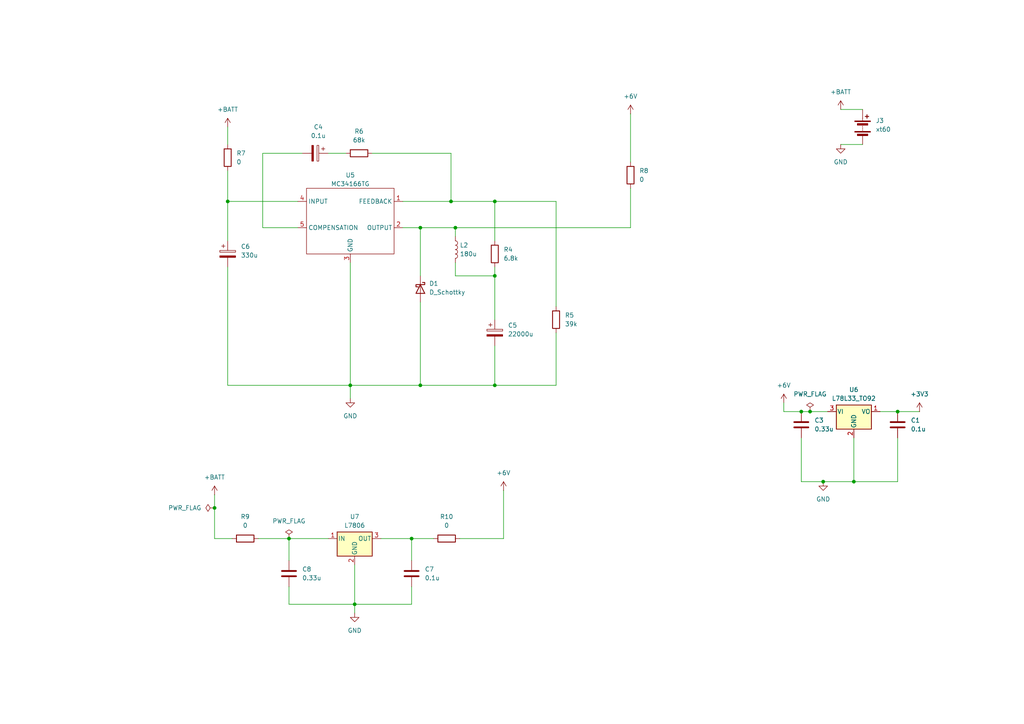
<source format=kicad_sch>
(kicad_sch (version 20231120) (generator "eeschema") (generator_version "8.0")
  (paper "A4")
  (title_block (title "sumbersible") (date "2024-07-16") (rev "1"))
  (lib_symbols
    (symbol "Device:Battery" (pin_numbers hide) (pin_names (offset 0) hide)
      (property "Reference" "BT" (at 2.54 2.54 0))
      (property "Value" "Battery" (at 2.54 0 0))
      (symbol "Battery_0_1"
        (rectangle (start -2.286 -1.27) (end 2.286 -1.524) (fill (type outline)))
        (rectangle (start -2.286 1.778) (end 2.286 1.524) (fill (type outline)))
        (rectangle (start -1.524 -2.032) (end 1.524 -2.54) (fill (type outline)))
        (rectangle (start -1.524 1.016) (end 1.524 0.508) (fill (type outline)))
        (polyline (pts (xy 0 -1.016) (xy 0 -0.762)))
        (polyline (pts (xy 0 -0.508) (xy 0 -0.254)))
        (polyline (pts (xy 0 0) (xy 0 0.254)))
        (polyline (pts (xy 0 1.778) (xy 0 2.54)))
        (polyline (pts (xy 0.762 3.048) (xy 1.778 3.048)) (stroke (width 0.254)))
        (polyline (pts (xy 1.27 3.556) (xy 1.27 2.54)) (stroke (width 0.254)))
      )
      (symbol "Battery_1_1"
        (pin passive line (at 0 5.08 270) (length 2.54) (name "+") (number "1"))
        (pin passive line (at 0 -5.08 90) (length 2.54) (name "-") (number "2"))
      )
    )
    (symbol "Device:C" (pin_numbers hide) (pin_names (offset 0.254))
      (property "Reference" "C" (at 0.635 2.54 0))
      (property "Value" "C" (at 0.635 -2.54 0))
      (symbol "C_0_1"
        (polyline (pts (xy -2.032 -0.762) (xy 2.032 -0.762)) (stroke (width 0.508)))
        (polyline (pts (xy -2.032 0.762) (xy 2.032 0.762)) (stroke (width 0.508)))
      )
      (symbol "C_1_1"
        (pin passive line (at 0 3.81 270) (length 2.794) (name "~") (number "1"))
        (pin passive line (at 0 -3.81 90) (length 2.794) (name "~") (number "2"))
      )
    )
    (symbol "Device:C_Polarized" (pin_numbers hide) (pin_names (offset 0.254))
      (property "Reference" "C" (at 0.635 2.54 0))
      (property "Value" "C_Polarized" (at 0.635 -2.54 0))
      (symbol "C_Polarized_0_1"
        (rectangle (start -2.286 0.508) (end 2.286 1.016))
        (polyline (pts (xy -1.778 2.286) (xy -0.762 2.286)))
        (polyline (pts (xy -1.27 2.794) (xy -1.27 1.778)))
        (rectangle (start 2.286 -0.508) (end -2.286 -1.016) (fill (type outline)))
      )
      (symbol "C_Polarized_1_1"
        (pin passive line (at 0 3.81 270) (length 2.794) (name "~") (number "1"))
        (pin passive line (at 0 -3.81 90) (length 2.794) (name "~") (number "2"))
      )
    )
    (symbol "Device:D_Schottky" (pin_numbers hide) (pin_names (offset 1.016) hide)
      (property "Reference" "D" (at 0 2.54 0))
      (property "Value" "D_Schottky" (at 0 -2.54 0))
      (symbol "D_Schottky_0_1"
        (polyline (pts (xy 1.27 0) (xy -1.27 0)))
        (polyline (pts (xy 1.27 1.27) (xy 1.27 -1.27) (xy -1.27 0) (xy 1.27 1.27)) (stroke (width 0.254)))
        (polyline (pts (xy -1.905 0.635) (xy -1.905 1.27) (xy -1.27 1.27) (xy -1.27 -1.27) (xy -0.635 -1.27) (xy -0.635 -0.635)) (stroke (width 0.254)))
      )
      (symbol "D_Schottky_1_1"
        (pin passive line (at -3.81 0 0) (length 2.54) (name "K") (number "1"))
        (pin passive line (at 3.81 0 180) (length 2.54) (name "A") (number "2"))
      )
    )
    (symbol "Device:L" (pin_numbers hide) (pin_names (offset 1.016) hide)
      (property "Reference" "L" (at -1.27 0 90))
      (property "Value" "L" (at 1.905 0 90))
      (symbol "L_0_1"
        (arc (start 0 -2.54) (mid 0.6323 -1.905) (end 0 -1.27))
        (arc (start 0 -1.27) (mid 0.6323 -0.635) (end 0 0))
        (arc (start 0 0) (mid 0.6323 0.635) (end 0 1.27))
        (arc (start 0 1.27) (mid 0.6323 1.905) (end 0 2.54))
      )
      (symbol "L_1_1"
        (pin passive line (at 0 3.81 270) (length 1.27) (name "1") (number "1"))
        (pin passive line (at 0 -3.81 90) (length 1.27) (name "2") (number "2"))
      )
    )
    (symbol "Device:R" (pin_numbers hide) (pin_names (offset 0))
      (property "Reference" "R" (at 2.032 0 90))
      (property "Value" "R" (at 0 0 90))
      (symbol "R_0_1"
        (rectangle (start -1.016 -2.54) (end 1.016 2.54) (stroke (width 0.254)))
      )
      (symbol "R_1_1"
        (pin passive line (at 0 3.81 270) (length 1.27) (name "~") (number "1"))
        (pin passive line (at 0 -3.81 90) (length 1.27) (name "~") (number "2"))
      )
    )
    (symbol "Regulator_Linear:L7806" (pin_names (offset 0.254))
      (property "Reference" "U" (at -3.81 3.175 0))
      (property "Value" "L7806" (at 0 3.175 0))
      (symbol "L7806_0_1"
        (rectangle (start -5.08 1.905) (end 5.08 -5.08) (stroke (width 0.254)) (fill (type background)))
      )
      (symbol "L7806_1_1"
        (pin power_in line (at -7.62 0 0) (length 2.54) (name "IN") (number "1"))
        (pin power_in line (at 0 -7.62 90) (length 2.54) (name "GND") (number "2"))
        (pin power_out line (at 7.62 0 180) (length 2.54) (name "OUT") (number "3"))
      )
    )
    (symbol "Regulator_Linear:L78L33_TO92" (pin_names (offset 0.254))
      (property "Reference" "U" (at -3.81 3.175 0))
      (property "Value" "L78L33_TO92" (at 0 3.175 0))
      (symbol "L78L33_TO92_0_1"
        (rectangle (start -5.08 -5.08) (end 5.08 1.905) (stroke (width 0.254)) (fill (type background)))
      )
      (symbol "L78L33_TO92_1_1"
        (pin power_out line (at 7.62 0 180) (length 2.54) (name "VO") (number "1"))
        (pin power_in line (at 0 -7.62 90) (length 2.54) (name "GND") (number "2"))
        (pin power_in line (at -7.62 0 0) (length 2.54) (name "VI") (number "3"))
      )
    )
    (symbol "power:+3V3" (power) (pin_numbers hide) (pin_names (offset 0) hide)
      (property "Value" "+3V3" (at 0 3.556 0))
      (symbol "+3V3_0_1"
        (polyline (pts (xy -0.762 1.27) (xy 0 2.54)))
        (polyline (pts (xy 0 0) (xy 0 2.54)))
        (polyline (pts (xy 0 2.54) (xy 0.762 1.27)))
      )
      (symbol "+3V3_1_1"
        (pin power_in line (at 0 0 90) (length 0) (name "~") (number "1"))
      )
    )
    (symbol "power:+6V" (power) (pin_numbers hide) (pin_names (offset 0) hide)
      (property "Value" "+6V" (at 0 3.556 0))
      (symbol "+6V_0_1"
        (polyline (pts (xy -0.762 1.27) (xy 0 2.54)))
        (polyline (pts (xy 0 0) (xy 0 2.54)))
        (polyline (pts (xy 0 2.54) (xy 0.762 1.27)))
      )
      (symbol "+6V_1_1"
        (pin power_in line (at 0 0 90) (length 0) (name "~") (number "1"))
      )
    )
    (symbol "power:+BATT" (power) (pin_numbers hide) (pin_names (offset 0) hide)
      (property "Value" "+BATT" (at 0 3.556 0))
      (symbol "+BATT_0_1"
        (polyline (pts (xy -0.762 1.27) (xy 0 2.54)))
        (polyline (pts (xy 0 0) (xy 0 2.54)))
        (polyline (pts (xy 0 2.54) (xy 0.762 1.27)))
      )
      (symbol "+BATT_1_1"
        (pin power_in line (at 0 0 90) (length 0) (name "~") (number "1"))
      )
    )
    (symbol "power:GND" (power) (pin_numbers hide) (pin_names (offset 0) hide)
      (property "Value" "GND" (at 0 -3.81 0))
      (symbol "GND_0_1"
        (polyline (pts (xy 0 0) (xy 0 -1.27) (xy 1.27 -1.27) (xy 0 -2.54) (xy -1.27 -1.27) (xy 0 -1.27)))
      )
      (symbol "GND_1_1"
        (pin power_in line (at 0 0 270) (length 0) (name "~") (number "1"))
      )
    )
    (symbol "power:PWR_FLAG" (power) (pin_numbers hide) (pin_names (offset 0) hide)
      (property "Value" "PWR_FLAG" (at 0 3.81 0))
      (symbol "PWR_FLAG_0_0"
        (pin power_out line (at 0 0 90) (length 0) (name "~") (number "1"))
      )
      (symbol "PWR_FLAG_0_1"
        (polyline (pts (xy 0 0) (xy 0 1.27) (xy -1.016 1.905) (xy 0 2.54) (xy 1.016 1.905) (xy 0 1.27)))
      )
    )
    (symbol "sub:MC34166TG"
      (property "Reference" "U" (at 0 0 0))
      (symbol "MC34166TG_0_1"
        (rectangle (start -12.7 8.89) (end 12.7 -10.16))
      )
      (symbol "MC34166TG_1_1"
        (pin passive line (at 15.24 5.08 180) (length 2.54) (name "FEEDBACK") (number "1"))
        (pin passive line (at 15.24 -2.54 180) (length 2.54) (name "OUTPUT") (number "2"))
        (pin passive line (at 0 -12.7 90) (length 2.54) (name "GND") (number "3"))
        (pin passive line (at -15.24 5.08 0) (length 2.54) (name "INPUT") (number "4"))
        (pin passive line (at -15.24 -2.54 0) (length 2.54) (name "COMPENSATION") (number "5"))
      )
    )
  )
  (junction (at 232.41 119.38))
  (junction (at 119.38 156.21))
  (junction (at 130.81 58.42))
  (junction (at 143.51 58.42))
  (junction (at 102.87 175.26))
  (junction (at 247.65 139.7))
  (junction (at 132.08 66.04))
  (junction (at 101.6 111.76))
  (junction (at 238.76 139.7))
  (junction (at 260.35 119.38))
  (junction (at 121.92 111.76))
  (junction (at 121.92 66.04))
  (junction (at 66.04 58.42))
  (junction (at 143.51 80.01))
  (junction (at 234.95 119.38))
  (junction (at 143.51 111.76))
  (junction (at 62.23 147.32))
  (junction (at 83.82 156.21))
  (wire (pts (xy 76.2 44.45) (xy 76.2 66.04)))
  (wire (pts (xy 119.38 156.21) (xy 125.73 156.21)))
  (wire (pts (xy 243.84 31.75) (xy 250.19 31.75)))
  (wire (pts (xy 102.87 175.26) (xy 102.87 177.8)))
  (wire (pts (xy 83.82 162.56) (xy 83.82 156.21)))
  (wire (pts (xy 83.82 175.26) (xy 102.87 175.26)))
  (wire (pts (xy 121.92 66.04) (xy 121.92 80.01)))
  (wire (pts (xy 247.65 139.7) (xy 238.76 139.7)))
  (wire (pts (xy 232.41 119.38) (xy 227.33 119.38)))
  (wire (pts (xy 132.08 68.58) (xy 132.08 66.04)))
  (wire (pts (xy 66.04 41.91) (xy 66.04 36.83)))
  (wire (pts (xy 143.51 80.01) (xy 143.51 77.47)))
  (wire (pts (xy 121.92 87.63) (xy 121.92 111.76)))
  (wire (pts (xy 143.51 100.33) (xy 143.51 111.76)))
  (wire (pts (xy 232.41 127) (xy 232.41 139.7)))
  (wire (pts (xy 119.38 175.26) (xy 102.87 175.26)))
  (wire (pts (xy 255.27 119.38) (xy 260.35 119.38)))
  (wire (pts (xy 133.35 156.21) (xy 146.05 156.21)))
  (wire (pts (xy 161.29 96.52) (xy 161.29 111.76)))
  (wire (pts (xy 130.81 44.45) (xy 107.95 44.45)))
  (wire (pts (xy 66.04 58.42) (xy 66.04 49.53)))
  (wire (pts (xy 227.33 119.38) (xy 227.33 116.84)))
  (wire (pts (xy 121.92 66.04) (xy 132.08 66.04)))
  (wire (pts (xy 110.49 156.21) (xy 119.38 156.21)))
  (wire (pts (xy 83.82 170.18) (xy 83.82 175.26)))
  (wire (pts (xy 62.23 147.32) (xy 62.23 156.21)))
  (wire (pts (xy 161.29 58.42) (xy 161.29 88.9)))
  (wire (pts (xy 95.25 44.45) (xy 100.33 44.45)))
  (wire (pts (xy 74.93 156.21) (xy 83.82 156.21)))
  (wire (pts (xy 182.88 54.61) (xy 182.88 66.04)))
  (wire (pts (xy 116.84 66.04) (xy 121.92 66.04)))
  (wire (pts (xy 143.51 58.42) (xy 130.81 58.42)))
  (wire (pts (xy 119.38 170.18) (xy 119.38 175.26)))
  (wire (pts (xy 260.35 139.7) (xy 260.35 127)))
  (wire (pts (xy 121.92 111.76) (xy 143.51 111.76)))
  (wire (pts (xy 132.08 66.04) (xy 182.88 66.04)))
  (wire (pts (xy 66.04 77.47) (xy 66.04 111.76)))
  (wire (pts (xy 143.51 58.42) (xy 161.29 58.42)))
  (wire (pts (xy 76.2 66.04) (xy 86.36 66.04)))
  (wire (pts (xy 234.95 119.38) (xy 232.41 119.38)))
  (wire (pts (xy 66.04 111.76) (xy 101.6 111.76)))
  (wire (pts (xy 132.08 80.01) (xy 143.51 80.01)))
  (wire (pts (xy 130.81 58.42) (xy 130.81 44.45)))
  (wire (pts (xy 182.88 33.02) (xy 182.88 46.99)))
  (wire (pts (xy 66.04 58.42) (xy 66.04 69.85)))
  (wire (pts (xy 62.23 143.51) (xy 62.23 147.32)))
  (wire (pts (xy 86.36 58.42) (xy 66.04 58.42)))
  (wire (pts (xy 130.81 58.42) (xy 116.84 58.42)))
  (wire (pts (xy 143.51 111.76) (xy 161.29 111.76)))
  (wire (pts (xy 243.84 41.91) (xy 250.19 41.91)))
  (wire (pts (xy 247.65 139.7) (xy 260.35 139.7)))
  (wire (pts (xy 101.6 76.2) (xy 101.6 111.76)))
  (wire (pts (xy 143.51 92.71) (xy 143.51 80.01)))
  (wire (pts (xy 101.6 111.76) (xy 121.92 111.76)))
  (wire (pts (xy 240.03 119.38) (xy 234.95 119.38)))
  (wire (pts (xy 260.35 119.38) (xy 266.7 119.38)))
  (wire (pts (xy 247.65 127) (xy 247.65 139.7)))
  (wire (pts (xy 132.08 76.2) (xy 132.08 80.01)))
  (wire (pts (xy 102.87 163.83) (xy 102.87 175.26)))
  (wire (pts (xy 62.23 156.21) (xy 67.31 156.21)))
  (wire (pts (xy 146.05 156.21) (xy 146.05 142.24)))
  (wire (pts (xy 143.51 69.85) (xy 143.51 58.42)))
  (wire (pts (xy 83.82 156.21) (xy 95.25 156.21)))
  (wire (pts (xy 238.76 139.7) (xy 232.41 139.7)))
  (wire (pts (xy 87.63 44.45) (xy 76.2 44.45)))
  (wire (pts (xy 101.6 115.57) (xy 101.6 111.76)))
  (wire (pts (xy 119.38 156.21) (xy 119.38 162.56)))
  (symbol (lib_id "Regulator_Linear:L78L33_TO92") (at 247.65 119.38 0) (unit 1)
    (property "Reference" "U6" (at 247.65 113.03 0))
    (property "Value" "L78L33_TO92" (at 247.65 115.57 0))
    (property "Footprint" "Package_TO_SOT_THT:TO-92_Inline" (effects (hide yes)))
    (property "Datasheet" "http://www.st.com/content/ccc/resource/technical/document/datasheet/15/55/e5/aa/23/5b/43/fd/CD00000446.pdf/files/CD00000446.pdf/jcr:content/translations/en.CD00000446.pdf" (effects (hide yes)))
    (property "Description" "Positive 100mA 30V Linear Regulator, Fixed Output 3.3V, TO-92" (effects (hide yes)))
  )
  (symbol (lib_id "sub:MC34166TG") (at 101.6 63.5 0) (unit 1)
    (property "Reference" "U5" (at 101.6 50.8 0))
    (property "Value" "MC34166TG" (at 101.6 53.34 0))
    (property "Footprint" "Package_TO_SOT_THT:TO-220-5_Vertical" (effects (hide yes)))
  )
  (symbol (lib_id "power:GND") (at 102.87 177.8 0) (unit 1)
    (property "Reference" "#PWR022" (effects (hide yes)))
    (property "Value" "GND" (at 102.87 182.88 0))
    (property "Description" "Power symbol creates a global label with name \"GND\" , ground" (effects (hide yes)))
  )
  (symbol (lib_id "power:+BATT") (at 243.84 31.75 0) (unit 1)
    (property "Reference" "#PWR029" (effects (hide yes)))
    (property "Value" "+BATT" (at 243.84 26.67 0))
    (property "Description" "Power symbol creates a global label with name \"+BATT\"" (effects (hide yes)))
  )
  (symbol (lib_id "Device:Battery") (at 250.19 36.83 0) (unit 1)
    (property "Reference" "J3" (at 254 34.9884 0) (effects (justify left)))
    (property "Value" "xt60" (at 254 37.5284 0) (effects (justify left)))
    (property "Footprint" "Connector_PinSocket_2.54mm:PinSocket_1x02_P2.54mm_Vertical" (effects (hide yes)))
    (property "Description" "Multiple-cell battery" (effects (hide yes)))
  )
  (symbol (lib_id "power:PWR_FLAG") (at 234.95 119.38 0) (unit 1)
    (property "Reference" "#FLG01" (effects (hide yes)))
    (property "Value" "PWR_FLAG" (at 234.95 114.3 0))
    (property "Description" "Special symbol for telling ERC where power comes from" (effects (hide yes)))
  )
  (symbol (lib_id "Device:C") (at 232.41 123.19 0) (unit 1)
    (property "Reference" "C3" (at 236.22 121.9199 0) (effects (justify left)))
    (property "Value" "0.33u" (at 236.22 124.4599 0) (effects (justify left)))
    (property "Footprint" "Capacitor_SMD:C_0805_2012Metric_Pad1.18x1.45mm_HandSolder" (effects (hide yes)))
    (property "Description" "Unpolarized capacitor" (effects (hide yes)))
  )
  (symbol (lib_id "Device:R") (at 129.54 156.21 270) (unit 1)
    (property "Reference" "R10" (at 129.54 149.86 90))
    (property "Value" "0" (at 129.54 152.4 90))
    (property "Footprint" "Resistor_SMD:R_0805_2012Metric_Pad1.20x1.40mm_HandSolder" (effects (hide yes)))
    (property "Description" "Resistor" (effects (hide yes)))
  )
  (symbol (lib_id "Device:R") (at 71.12 156.21 270) (unit 1)
    (property "Reference" "R9" (at 71.12 149.86 90))
    (property "Value" "0" (at 71.12 152.4 90))
    (property "Footprint" "Resistor_SMD:R_0805_2012Metric_Pad1.20x1.40mm_HandSolder" (effects (hide yes)))
    (property "Description" "Resistor" (effects (hide yes)))
  )
  (symbol (lib_id "Device:C") (at 83.82 166.37 0) (unit 1)
    (property "Reference" "C8" (at 87.63 165.0999 0) (effects (justify left)))
    (property "Value" "0.33u" (at 87.63 167.6399 0) (effects (justify left)))
    (property "Footprint" "Capacitor_SMD:C_0805_2012Metric_Pad1.18x1.45mm_HandSolder" (effects (hide yes)))
    (property "Description" "Unpolarized capacitor" (effects (hide yes)))
  )
  (symbol (lib_id "Device:C_Polarized") (at 143.51 96.52 0) (unit 1)
    (property "Reference" "C5" (at 147.32 94.3609 0) (effects (justify left)))
    (property "Value" "22000u" (at 147.32 96.9009 0) (effects (justify left)))
    (property "Footprint" "Capacitor_THT:CP_Radial_D12.5mm_P5.00mm" (effects (hide yes)))
    (property "Description" "Polarized capacitor" (effects (hide yes)))
  )
  (symbol (lib_id "Device:C") (at 260.35 123.19 0) (unit 1)
    (property "Reference" "C1" (at 264.16 121.9199 0) (effects (justify left)))
    (property "Value" "0.1u" (at 264.16 124.4599 0) (effects (justify left)))
    (property "Footprint" "Capacitor_SMD:C_0805_2012Metric_Pad1.18x1.45mm_HandSolder" (effects (hide yes)))
    (property "Description" "Unpolarized capacitor" (effects (hide yes)))
  )
  (symbol (lib_id "power:GND") (at 238.76 139.7 0) (unit 1)
    (property "Reference" "#PWR024" (effects (hide yes)))
    (property "Value" "GND" (at 238.76 144.78 0))
    (property "Description" "Power symbol creates a global label with name \"GND\" , ground" (effects (hide yes)))
  )
  (symbol (lib_id "power:+6V") (at 146.05 142.24 0) (unit 1)
    (property "Reference" "#PWR026" (effects (hide yes)))
    (property "Value" "+6V" (at 146.05 137.16 0))
    (property "Description" "Power symbol creates a global label with name \"+6V\"" (effects (hide yes)))
  )
  (symbol (lib_id "power:+BATT") (at 62.23 143.51 0) (unit 1)
    (property "Reference" "#PWR025" (effects (hide yes)))
    (property "Value" "+BATT" (at 62.23 138.43 0))
    (property "Description" "Power symbol creates a global label with name \"+BATT\"" (effects (hide yes)))
  )
  (symbol (lib_id "Device:R") (at 182.88 50.8 180) (unit 1)
    (property "Reference" "R8" (at 185.42 49.5299 0) (effects (justify right)))
    (property "Value" "0" (at 185.42 52.0699 0) (effects (justify right)))
    (property "Footprint" "Resistor_SMD:R_0805_2012Metric_Pad1.20x1.40mm_HandSolder" (effects (hide yes)))
    (property "Description" "Resistor" (effects (hide yes)))
  )
  (symbol (lib_id "power:PWR_FLAG") (at 62.23 147.32 90) (unit 1)
    (property "Reference" "#FLG03" (effects (hide yes)))
    (property "Value" "PWR_FLAG" (at 58.42 147.3199 90) (effects (justify left)))
    (property "Description" "Special symbol for telling ERC where power comes from" (effects (hide yes)))
  )
  (symbol (lib_id "Device:R") (at 104.14 44.45 90) (unit 1)
    (property "Reference" "R6" (at 104.14 38.1 90))
    (property "Value" "68k" (at 104.14 40.64 90))
    (property "Footprint" "Resistor_SMD:R_0805_2012Metric_Pad1.20x1.40mm_HandSolder" (effects (hide yes)))
    (property "Description" "Resistor" (effects (hide yes)))
  )
  (symbol (lib_id "power:PWR_FLAG") (at 83.82 156.21 0) (unit 1)
    (property "Reference" "#FLG02" (effects (hide yes)))
    (property "Value" "PWR_FLAG" (at 83.82 151.13 0))
    (property "Description" "Special symbol for telling ERC where power comes from" (effects (hide yes)))
  )
  (symbol (lib_id "Regulator_Linear:L7806") (at 102.87 156.21 0) (unit 1)
    (property "Reference" "U7" (at 102.87 149.86 0))
    (property "Value" "L7806" (at 102.87 152.4 0))
    (property "Footprint" "Package_TO_SOT_THT:TO-220-3_Vertical" (effects (hide yes)))
    (property "Datasheet" "http://www.st.com/content/ccc/resource/technical/document/datasheet/41/4f/b3/b0/12/d4/47/88/CD00000444.pdf/files/CD00000444.pdf/jcr:content/translations/en.CD00000444.pdf" (effects (hide yes)))
    (property "Description" "Positive 1.5A 35V Linear Regulator, Fixed Output 6V, TO-220/TO-263/TO-252" (effects (hide yes)))
  )
  (symbol (lib_id "Device:C_Polarized") (at 66.04 73.66 0) (unit 1)
    (property "Reference" "C6" (at 69.85 71.5009 0) (effects (justify left)))
    (property "Value" "330u" (at 69.85 74.0409 0) (effects (justify left)))
    (property "Footprint" "Capacitor_THT:CP_Radial_D12.5mm_P5.00mm" (effects (hide yes)))
    (property "Description" "Polarized capacitor" (effects (hide yes)))
  )
  (symbol (lib_id "Device:R") (at 161.29 92.71 0) (unit 1)
    (property "Reference" "R5" (at 163.83 91.4399 0) (effects (justify left)))
    (property "Value" "39k" (at 163.83 93.9799 0) (effects (justify left)))
    (property "Footprint" "Resistor_SMD:R_0805_2012Metric_Pad1.20x1.40mm_HandSolder" (effects (hide yes)))
    (property "Description" "Resistor" (effects (hide yes)))
  )
  (symbol (lib_id "Device:R") (at 66.04 45.72 180) (unit 1)
    (property "Reference" "R7" (at 68.58 44.4499 0) (effects (justify right)))
    (property "Value" "0" (at 68.58 46.9899 0) (effects (justify right)))
    (property "Footprint" "Resistor_SMD:R_0805_2012Metric_Pad1.20x1.40mm_HandSolder" (effects (hide yes)))
    (property "Description" "Resistor" (effects (hide yes)))
  )
  (symbol (lib_id "Device:L") (at 132.08 72.39 0) (unit 1)
    (property "Reference" "L2" (at 133.35 71.1199 0) (effects (justify left)))
    (property "Value" "180u" (at 133.35 73.6599 0) (effects (justify left)))
    (property "Footprint" "Inductor_SMD:L_Bourns_SRR1208_12.7x12.7mm" (effects (hide yes)))
    (property "Description" "Inductor" (effects (hide yes)))
  )
  (symbol (lib_id "Device:D_Schottky") (at 121.92 83.82 270) (unit 1)
    (property "Reference" "D1" (at 124.46 82.2324 90) (effects (justify left)))
    (property "Value" "D_Schottky" (at 124.46 84.7724 90) (effects (justify left)))
    (property "Footprint" "Diode_SMD:D_0805_2012Metric_Pad1.15x1.40mm_HandSolder" (effects (hide yes)))
    (property "Description" "Schottky diode" (effects (hide yes)))
  )
  (symbol (lib_id "power:+BATT") (at 66.04 36.83 0) (unit 1)
    (property "Reference" "#PWR015" (effects (hide yes)))
    (property "Value" "+BATT" (at 66.04 31.75 0))
    (property "Description" "Power symbol creates a global label with name \"+BATT\"" (effects (hide yes)))
  )
  (symbol (lib_id "power:+6V") (at 227.33 116.84 0) (unit 1)
    (property "Reference" "#PWR021" (effects (hide yes)))
    (property "Value" "+6V" (at 227.33 111.76 0))
    (property "Description" "Power symbol creates a global label with name \"+6V\"" (effects (hide yes)))
  )
  (symbol (lib_id "power:+6V") (at 182.88 33.02 0) (unit 1)
    (property "Reference" "#PWR023" (effects (hide yes)))
    (property "Value" "+6V" (at 182.88 27.94 0))
    (property "Description" "Power symbol creates a global label with name \"+6V\"" (effects (hide yes)))
  )
  (symbol (lib_id "Device:R") (at 143.51 73.66 0) (unit 1)
    (property "Reference" "R4" (at 146.05 72.3899 0) (effects (justify left)))
    (property "Value" "6.8k" (at 146.05 74.9299 0) (effects (justify left)))
    (property "Footprint" "Resistor_SMD:R_0805_2012Metric_Pad1.20x1.40mm_HandSolder" (effects (hide yes)))
    (property "Description" "Resistor" (effects (hide yes)))
  )
  (symbol (lib_id "Device:C") (at 119.38 166.37 0) (unit 1)
    (property "Reference" "C7" (at 123.19 165.0999 0) (effects (justify left)))
    (property "Value" "0.1u" (at 123.19 167.6399 0) (effects (justify left)))
    (property "Footprint" "Capacitor_SMD:C_0805_2012Metric_Pad1.18x1.45mm_HandSolder" (effects (hide yes)))
    (property "Description" "Unpolarized capacitor" (effects (hide yes)))
  )
  (symbol (lib_id "power:GND") (at 243.84 41.91 0) (unit 1)
    (property "Reference" "#PWR030" (effects (hide yes)))
    (property "Value" "GND" (at 243.84 46.99 0))
    (property "Description" "Power symbol creates a global label with name \"GND\" , ground" (effects (hide yes)))
  )
  (symbol (lib_id "power:+3V3") (at 266.7 119.38 0) (unit 1)
    (property "Reference" "#PWR016" (effects (hide yes)))
    (property "Value" "+3V3" (at 266.7 114.3 0))
    (property "Description" "Power symbol creates a global label with name \"+3V3\"" (effects (hide yes)))
  )
  (symbol (lib_id "power:GND") (at 101.6 115.57 0) (unit 1)
    (property "Reference" "#PWR017" (effects (hide yes)))
    (property "Value" "GND" (at 101.6 120.65 0))
    (property "Description" "Power symbol creates a global label with name \"GND\" , ground" (effects (hide yes)))
  )
  (symbol (lib_id "Device:C_Polarized") (at 91.44 44.45 270) (unit 1)
    (property "Reference" "C4" (at 92.329 36.83 90))
    (property "Value" "0.1u" (at 92.329 39.37 90))
    (property "Footprint" "Capacitor_THT:CP_Radial_D12.5mm_P5.00mm" (effects (hide yes)))
    (property "Description" "Polarized capacitor" (effects (hide yes)))
  )
)
</source>
